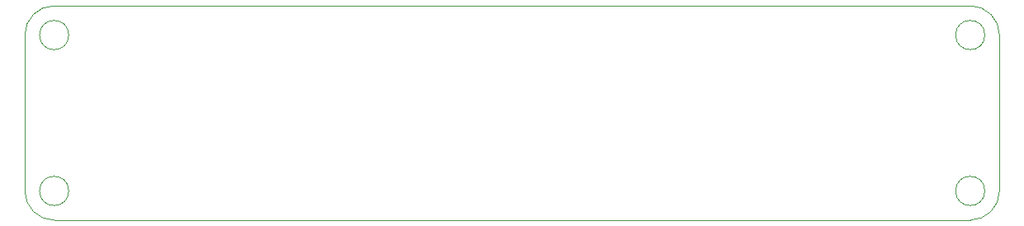
<source format=gbr>
%TF.GenerationSoftware,KiCad,Pcbnew,(6.0.5)*%
%TF.CreationDate,2023-01-29T17:57:26+00:00*%
%TF.ProjectId,PCB reflow Plate,50434220-7265-4666-9c6f-7720506c6174,rev?*%
%TF.SameCoordinates,Original*%
%TF.FileFunction,Profile,NP*%
%FSLAX46Y46*%
G04 Gerber Fmt 4.6, Leading zero omitted, Abs format (unit mm)*
G04 Created by KiCad (PCBNEW (6.0.5)) date 2023-01-29 17:57:26*
%MOMM*%
%LPD*%
G01*
G04 APERTURE LIST*
%TA.AperFunction,Profile*%
%ADD10C,0.100000*%
%TD*%
G04 APERTURE END LIST*
D10*
X221500000Y-46000000D02*
G75*
G03*
X221500000Y-46000000I-1500000J0D01*
G01*
X123000000Y-46000000D02*
G75*
G03*
X126000000Y-49000000I3000000J0D01*
G01*
X126000000Y-27000000D02*
G75*
G03*
X123000000Y-30000000I0J-3000000D01*
G01*
X223000000Y-46000000D02*
X223000000Y-30000000D01*
X127500000Y-46000000D02*
G75*
G03*
X127500000Y-46000000I-1500000J0D01*
G01*
X221500000Y-30000000D02*
G75*
G03*
X221500000Y-30000000I-1500000J0D01*
G01*
X126000000Y-49000000D02*
X220000000Y-49000000D01*
X126000000Y-27000000D02*
X220000000Y-27000000D01*
X127500000Y-30000000D02*
G75*
G03*
X127500000Y-30000000I-1500000J0D01*
G01*
X123000000Y-46000000D02*
X123000000Y-30000000D01*
X220000000Y-49000000D02*
G75*
G03*
X223000000Y-46000000I0J3000000D01*
G01*
X223000000Y-30000000D02*
G75*
G03*
X220000000Y-27000000I-3000000J0D01*
G01*
M02*

</source>
